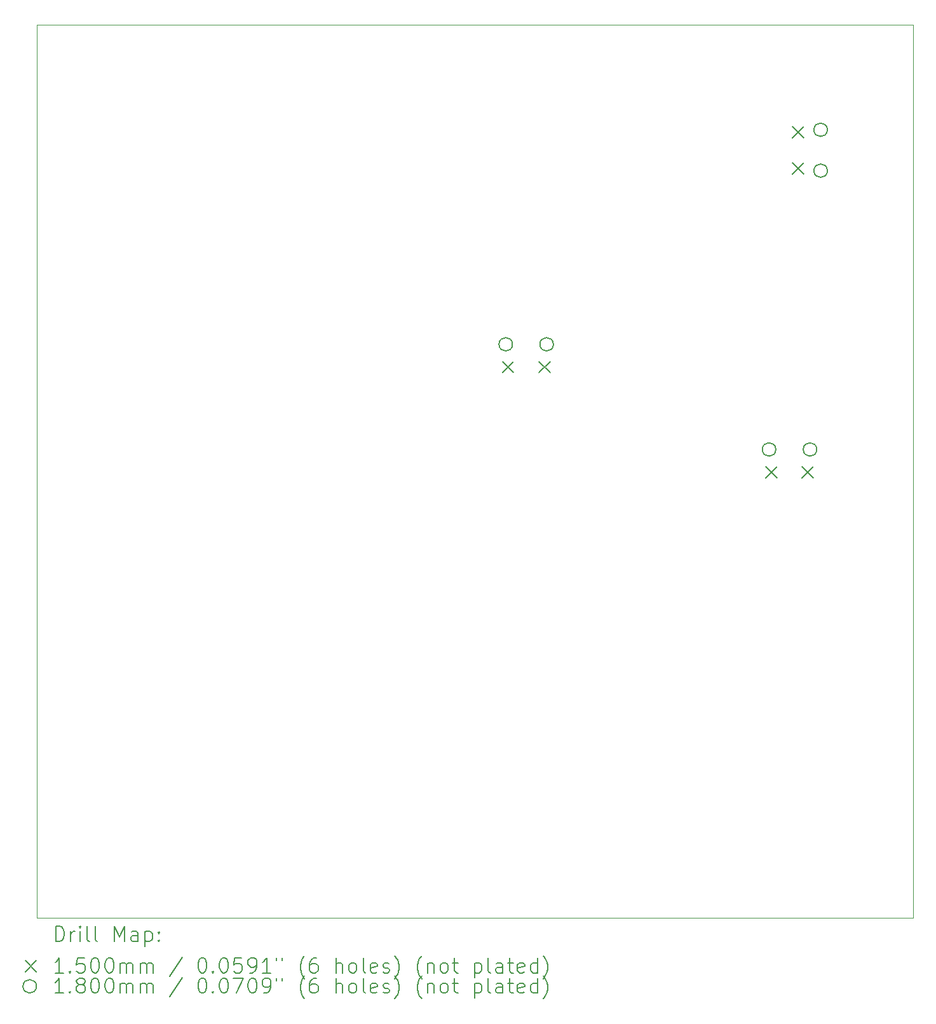
<source format=gbr>
%TF.GenerationSoftware,KiCad,Pcbnew,6.0.11-2627ca5db0~126~ubuntu22.04.1*%
%TF.CreationDate,2023-04-18T11:11:46+01:00*%
%TF.ProjectId,srom,73726f6d-2e6b-4696-9361-645f70636258,v1.1 to v1.2 WIP*%
%TF.SameCoordinates,Original*%
%TF.FileFunction,Drillmap*%
%TF.FilePolarity,Positive*%
%FSLAX45Y45*%
G04 Gerber Fmt 4.5, Leading zero omitted, Abs format (unit mm)*
G04 Created by KiCad (PCBNEW 6.0.11-2627ca5db0~126~ubuntu22.04.1) date 2023-04-18 11:11:46*
%MOMM*%
%LPD*%
G01*
G04 APERTURE LIST*
%ADD10C,0.100000*%
%ADD11C,0.200000*%
%ADD12C,0.150000*%
%ADD13C,0.180000*%
G04 APERTURE END LIST*
D10*
X4542000Y-5612000D02*
X16218000Y-5612000D01*
X16218000Y-5612000D02*
X16218000Y-17507000D01*
X16218000Y-17507000D02*
X4542000Y-17507000D01*
X4542000Y-17507000D02*
X4542000Y-5612000D01*
D11*
D12*
X10744500Y-10098000D02*
X10894500Y-10248000D01*
X10894500Y-10098000D02*
X10744500Y-10248000D01*
X11229500Y-10098000D02*
X11379500Y-10248000D01*
X11379500Y-10098000D02*
X11229500Y-10248000D01*
X14253500Y-11498500D02*
X14403500Y-11648500D01*
X14403500Y-11498500D02*
X14253500Y-11648500D01*
X14607500Y-6967500D02*
X14757500Y-7117500D01*
X14757500Y-6967500D02*
X14607500Y-7117500D01*
X14607500Y-7452500D02*
X14757500Y-7602500D01*
X14757500Y-7452500D02*
X14607500Y-7602500D01*
X14738500Y-11498500D02*
X14888500Y-11648500D01*
X14888500Y-11498500D02*
X14738500Y-11648500D01*
D13*
X10879500Y-9870000D02*
G75*
G03*
X10879500Y-9870000I-90000J0D01*
G01*
X11424500Y-9870000D02*
G75*
G03*
X11424500Y-9870000I-90000J0D01*
G01*
X14388500Y-11270500D02*
G75*
G03*
X14388500Y-11270500I-90000J0D01*
G01*
X14933500Y-11270500D02*
G75*
G03*
X14933500Y-11270500I-90000J0D01*
G01*
X15075500Y-7012500D02*
G75*
G03*
X15075500Y-7012500I-90000J0D01*
G01*
X15075500Y-7557500D02*
G75*
G03*
X15075500Y-7557500I-90000J0D01*
G01*
D11*
X4794619Y-17822476D02*
X4794619Y-17622476D01*
X4842238Y-17622476D01*
X4870810Y-17632000D01*
X4889857Y-17651048D01*
X4899381Y-17670095D01*
X4908905Y-17708190D01*
X4908905Y-17736762D01*
X4899381Y-17774857D01*
X4889857Y-17793905D01*
X4870810Y-17812952D01*
X4842238Y-17822476D01*
X4794619Y-17822476D01*
X4994619Y-17822476D02*
X4994619Y-17689143D01*
X4994619Y-17727238D02*
X5004143Y-17708190D01*
X5013667Y-17698667D01*
X5032714Y-17689143D01*
X5051762Y-17689143D01*
X5118429Y-17822476D02*
X5118429Y-17689143D01*
X5118429Y-17622476D02*
X5108905Y-17632000D01*
X5118429Y-17641524D01*
X5127952Y-17632000D01*
X5118429Y-17622476D01*
X5118429Y-17641524D01*
X5242238Y-17822476D02*
X5223190Y-17812952D01*
X5213667Y-17793905D01*
X5213667Y-17622476D01*
X5347000Y-17822476D02*
X5327952Y-17812952D01*
X5318429Y-17793905D01*
X5318429Y-17622476D01*
X5575571Y-17822476D02*
X5575571Y-17622476D01*
X5642238Y-17765333D01*
X5708905Y-17622476D01*
X5708905Y-17822476D01*
X5889857Y-17822476D02*
X5889857Y-17717714D01*
X5880333Y-17698667D01*
X5861286Y-17689143D01*
X5823190Y-17689143D01*
X5804143Y-17698667D01*
X5889857Y-17812952D02*
X5870809Y-17822476D01*
X5823190Y-17822476D01*
X5804143Y-17812952D01*
X5794619Y-17793905D01*
X5794619Y-17774857D01*
X5804143Y-17755810D01*
X5823190Y-17746286D01*
X5870809Y-17746286D01*
X5889857Y-17736762D01*
X5985095Y-17689143D02*
X5985095Y-17889143D01*
X5985095Y-17698667D02*
X6004143Y-17689143D01*
X6042238Y-17689143D01*
X6061286Y-17698667D01*
X6070809Y-17708190D01*
X6080333Y-17727238D01*
X6080333Y-17784381D01*
X6070809Y-17803429D01*
X6061286Y-17812952D01*
X6042238Y-17822476D01*
X6004143Y-17822476D01*
X5985095Y-17812952D01*
X6166048Y-17803429D02*
X6175571Y-17812952D01*
X6166048Y-17822476D01*
X6156524Y-17812952D01*
X6166048Y-17803429D01*
X6166048Y-17822476D01*
X6166048Y-17698667D02*
X6175571Y-17708190D01*
X6166048Y-17717714D01*
X6156524Y-17708190D01*
X6166048Y-17698667D01*
X6166048Y-17717714D01*
D12*
X4387000Y-18077000D02*
X4537000Y-18227000D01*
X4537000Y-18077000D02*
X4387000Y-18227000D01*
D11*
X4899381Y-18242476D02*
X4785095Y-18242476D01*
X4842238Y-18242476D02*
X4842238Y-18042476D01*
X4823190Y-18071048D01*
X4804143Y-18090095D01*
X4785095Y-18099619D01*
X4985095Y-18223429D02*
X4994619Y-18232952D01*
X4985095Y-18242476D01*
X4975571Y-18232952D01*
X4985095Y-18223429D01*
X4985095Y-18242476D01*
X5175571Y-18042476D02*
X5080333Y-18042476D01*
X5070810Y-18137714D01*
X5080333Y-18128190D01*
X5099381Y-18118667D01*
X5147000Y-18118667D01*
X5166048Y-18128190D01*
X5175571Y-18137714D01*
X5185095Y-18156762D01*
X5185095Y-18204381D01*
X5175571Y-18223429D01*
X5166048Y-18232952D01*
X5147000Y-18242476D01*
X5099381Y-18242476D01*
X5080333Y-18232952D01*
X5070810Y-18223429D01*
X5308905Y-18042476D02*
X5327952Y-18042476D01*
X5347000Y-18052000D01*
X5356524Y-18061524D01*
X5366048Y-18080571D01*
X5375571Y-18118667D01*
X5375571Y-18166286D01*
X5366048Y-18204381D01*
X5356524Y-18223429D01*
X5347000Y-18232952D01*
X5327952Y-18242476D01*
X5308905Y-18242476D01*
X5289857Y-18232952D01*
X5280333Y-18223429D01*
X5270810Y-18204381D01*
X5261286Y-18166286D01*
X5261286Y-18118667D01*
X5270810Y-18080571D01*
X5280333Y-18061524D01*
X5289857Y-18052000D01*
X5308905Y-18042476D01*
X5499381Y-18042476D02*
X5518429Y-18042476D01*
X5537476Y-18052000D01*
X5547000Y-18061524D01*
X5556524Y-18080571D01*
X5566048Y-18118667D01*
X5566048Y-18166286D01*
X5556524Y-18204381D01*
X5547000Y-18223429D01*
X5537476Y-18232952D01*
X5518429Y-18242476D01*
X5499381Y-18242476D01*
X5480333Y-18232952D01*
X5470810Y-18223429D01*
X5461286Y-18204381D01*
X5451762Y-18166286D01*
X5451762Y-18118667D01*
X5461286Y-18080571D01*
X5470810Y-18061524D01*
X5480333Y-18052000D01*
X5499381Y-18042476D01*
X5651762Y-18242476D02*
X5651762Y-18109143D01*
X5651762Y-18128190D02*
X5661286Y-18118667D01*
X5680333Y-18109143D01*
X5708905Y-18109143D01*
X5727952Y-18118667D01*
X5737476Y-18137714D01*
X5737476Y-18242476D01*
X5737476Y-18137714D02*
X5747000Y-18118667D01*
X5766048Y-18109143D01*
X5794619Y-18109143D01*
X5813667Y-18118667D01*
X5823190Y-18137714D01*
X5823190Y-18242476D01*
X5918428Y-18242476D02*
X5918428Y-18109143D01*
X5918428Y-18128190D02*
X5927952Y-18118667D01*
X5947000Y-18109143D01*
X5975571Y-18109143D01*
X5994619Y-18118667D01*
X6004143Y-18137714D01*
X6004143Y-18242476D01*
X6004143Y-18137714D02*
X6013667Y-18118667D01*
X6032714Y-18109143D01*
X6061286Y-18109143D01*
X6080333Y-18118667D01*
X6089857Y-18137714D01*
X6089857Y-18242476D01*
X6480333Y-18032952D02*
X6308905Y-18290095D01*
X6737476Y-18042476D02*
X6756524Y-18042476D01*
X6775571Y-18052000D01*
X6785095Y-18061524D01*
X6794619Y-18080571D01*
X6804143Y-18118667D01*
X6804143Y-18166286D01*
X6794619Y-18204381D01*
X6785095Y-18223429D01*
X6775571Y-18232952D01*
X6756524Y-18242476D01*
X6737476Y-18242476D01*
X6718428Y-18232952D01*
X6708905Y-18223429D01*
X6699381Y-18204381D01*
X6689857Y-18166286D01*
X6689857Y-18118667D01*
X6699381Y-18080571D01*
X6708905Y-18061524D01*
X6718428Y-18052000D01*
X6737476Y-18042476D01*
X6889857Y-18223429D02*
X6899381Y-18232952D01*
X6889857Y-18242476D01*
X6880333Y-18232952D01*
X6889857Y-18223429D01*
X6889857Y-18242476D01*
X7023190Y-18042476D02*
X7042238Y-18042476D01*
X7061286Y-18052000D01*
X7070809Y-18061524D01*
X7080333Y-18080571D01*
X7089857Y-18118667D01*
X7089857Y-18166286D01*
X7080333Y-18204381D01*
X7070809Y-18223429D01*
X7061286Y-18232952D01*
X7042238Y-18242476D01*
X7023190Y-18242476D01*
X7004143Y-18232952D01*
X6994619Y-18223429D01*
X6985095Y-18204381D01*
X6975571Y-18166286D01*
X6975571Y-18118667D01*
X6985095Y-18080571D01*
X6994619Y-18061524D01*
X7004143Y-18052000D01*
X7023190Y-18042476D01*
X7270809Y-18042476D02*
X7175571Y-18042476D01*
X7166048Y-18137714D01*
X7175571Y-18128190D01*
X7194619Y-18118667D01*
X7242238Y-18118667D01*
X7261286Y-18128190D01*
X7270809Y-18137714D01*
X7280333Y-18156762D01*
X7280333Y-18204381D01*
X7270809Y-18223429D01*
X7261286Y-18232952D01*
X7242238Y-18242476D01*
X7194619Y-18242476D01*
X7175571Y-18232952D01*
X7166048Y-18223429D01*
X7375571Y-18242476D02*
X7413667Y-18242476D01*
X7432714Y-18232952D01*
X7442238Y-18223429D01*
X7461286Y-18194857D01*
X7470809Y-18156762D01*
X7470809Y-18080571D01*
X7461286Y-18061524D01*
X7451762Y-18052000D01*
X7432714Y-18042476D01*
X7394619Y-18042476D01*
X7375571Y-18052000D01*
X7366048Y-18061524D01*
X7356524Y-18080571D01*
X7356524Y-18128190D01*
X7366048Y-18147238D01*
X7375571Y-18156762D01*
X7394619Y-18166286D01*
X7432714Y-18166286D01*
X7451762Y-18156762D01*
X7461286Y-18147238D01*
X7470809Y-18128190D01*
X7661286Y-18242476D02*
X7547000Y-18242476D01*
X7604143Y-18242476D02*
X7604143Y-18042476D01*
X7585095Y-18071048D01*
X7566048Y-18090095D01*
X7547000Y-18099619D01*
X7737476Y-18042476D02*
X7737476Y-18080571D01*
X7813667Y-18042476D02*
X7813667Y-18080571D01*
X8108905Y-18318667D02*
X8099381Y-18309143D01*
X8080333Y-18280571D01*
X8070809Y-18261524D01*
X8061286Y-18232952D01*
X8051762Y-18185333D01*
X8051762Y-18147238D01*
X8061286Y-18099619D01*
X8070809Y-18071048D01*
X8080333Y-18052000D01*
X8099381Y-18023429D01*
X8108905Y-18013905D01*
X8270809Y-18042476D02*
X8232714Y-18042476D01*
X8213667Y-18052000D01*
X8204143Y-18061524D01*
X8185095Y-18090095D01*
X8175571Y-18128190D01*
X8175571Y-18204381D01*
X8185095Y-18223429D01*
X8194619Y-18232952D01*
X8213667Y-18242476D01*
X8251762Y-18242476D01*
X8270809Y-18232952D01*
X8280333Y-18223429D01*
X8289857Y-18204381D01*
X8289857Y-18156762D01*
X8280333Y-18137714D01*
X8270809Y-18128190D01*
X8251762Y-18118667D01*
X8213667Y-18118667D01*
X8194619Y-18128190D01*
X8185095Y-18137714D01*
X8175571Y-18156762D01*
X8527952Y-18242476D02*
X8527952Y-18042476D01*
X8613667Y-18242476D02*
X8613667Y-18137714D01*
X8604143Y-18118667D01*
X8585095Y-18109143D01*
X8556524Y-18109143D01*
X8537476Y-18118667D01*
X8527952Y-18128190D01*
X8737476Y-18242476D02*
X8718429Y-18232952D01*
X8708905Y-18223429D01*
X8699381Y-18204381D01*
X8699381Y-18147238D01*
X8708905Y-18128190D01*
X8718429Y-18118667D01*
X8737476Y-18109143D01*
X8766048Y-18109143D01*
X8785095Y-18118667D01*
X8794619Y-18128190D01*
X8804143Y-18147238D01*
X8804143Y-18204381D01*
X8794619Y-18223429D01*
X8785095Y-18232952D01*
X8766048Y-18242476D01*
X8737476Y-18242476D01*
X8918429Y-18242476D02*
X8899381Y-18232952D01*
X8889857Y-18213905D01*
X8889857Y-18042476D01*
X9070810Y-18232952D02*
X9051762Y-18242476D01*
X9013667Y-18242476D01*
X8994619Y-18232952D01*
X8985095Y-18213905D01*
X8985095Y-18137714D01*
X8994619Y-18118667D01*
X9013667Y-18109143D01*
X9051762Y-18109143D01*
X9070810Y-18118667D01*
X9080333Y-18137714D01*
X9080333Y-18156762D01*
X8985095Y-18175810D01*
X9156524Y-18232952D02*
X9175571Y-18242476D01*
X9213667Y-18242476D01*
X9232714Y-18232952D01*
X9242238Y-18213905D01*
X9242238Y-18204381D01*
X9232714Y-18185333D01*
X9213667Y-18175810D01*
X9185095Y-18175810D01*
X9166048Y-18166286D01*
X9156524Y-18147238D01*
X9156524Y-18137714D01*
X9166048Y-18118667D01*
X9185095Y-18109143D01*
X9213667Y-18109143D01*
X9232714Y-18118667D01*
X9308905Y-18318667D02*
X9318429Y-18309143D01*
X9337476Y-18280571D01*
X9347000Y-18261524D01*
X9356524Y-18232952D01*
X9366048Y-18185333D01*
X9366048Y-18147238D01*
X9356524Y-18099619D01*
X9347000Y-18071048D01*
X9337476Y-18052000D01*
X9318429Y-18023429D01*
X9308905Y-18013905D01*
X9670810Y-18318667D02*
X9661286Y-18309143D01*
X9642238Y-18280571D01*
X9632714Y-18261524D01*
X9623190Y-18232952D01*
X9613667Y-18185333D01*
X9613667Y-18147238D01*
X9623190Y-18099619D01*
X9632714Y-18071048D01*
X9642238Y-18052000D01*
X9661286Y-18023429D01*
X9670810Y-18013905D01*
X9747000Y-18109143D02*
X9747000Y-18242476D01*
X9747000Y-18128190D02*
X9756524Y-18118667D01*
X9775571Y-18109143D01*
X9804143Y-18109143D01*
X9823190Y-18118667D01*
X9832714Y-18137714D01*
X9832714Y-18242476D01*
X9956524Y-18242476D02*
X9937476Y-18232952D01*
X9927952Y-18223429D01*
X9918429Y-18204381D01*
X9918429Y-18147238D01*
X9927952Y-18128190D01*
X9937476Y-18118667D01*
X9956524Y-18109143D01*
X9985095Y-18109143D01*
X10004143Y-18118667D01*
X10013667Y-18128190D01*
X10023190Y-18147238D01*
X10023190Y-18204381D01*
X10013667Y-18223429D01*
X10004143Y-18232952D01*
X9985095Y-18242476D01*
X9956524Y-18242476D01*
X10080333Y-18109143D02*
X10156524Y-18109143D01*
X10108905Y-18042476D02*
X10108905Y-18213905D01*
X10118429Y-18232952D01*
X10137476Y-18242476D01*
X10156524Y-18242476D01*
X10375571Y-18109143D02*
X10375571Y-18309143D01*
X10375571Y-18118667D02*
X10394619Y-18109143D01*
X10432714Y-18109143D01*
X10451762Y-18118667D01*
X10461286Y-18128190D01*
X10470810Y-18147238D01*
X10470810Y-18204381D01*
X10461286Y-18223429D01*
X10451762Y-18232952D01*
X10432714Y-18242476D01*
X10394619Y-18242476D01*
X10375571Y-18232952D01*
X10585095Y-18242476D02*
X10566048Y-18232952D01*
X10556524Y-18213905D01*
X10556524Y-18042476D01*
X10747000Y-18242476D02*
X10747000Y-18137714D01*
X10737476Y-18118667D01*
X10718429Y-18109143D01*
X10680333Y-18109143D01*
X10661286Y-18118667D01*
X10747000Y-18232952D02*
X10727952Y-18242476D01*
X10680333Y-18242476D01*
X10661286Y-18232952D01*
X10651762Y-18213905D01*
X10651762Y-18194857D01*
X10661286Y-18175810D01*
X10680333Y-18166286D01*
X10727952Y-18166286D01*
X10747000Y-18156762D01*
X10813667Y-18109143D02*
X10889857Y-18109143D01*
X10842238Y-18042476D02*
X10842238Y-18213905D01*
X10851762Y-18232952D01*
X10870810Y-18242476D01*
X10889857Y-18242476D01*
X11032714Y-18232952D02*
X11013667Y-18242476D01*
X10975571Y-18242476D01*
X10956524Y-18232952D01*
X10947000Y-18213905D01*
X10947000Y-18137714D01*
X10956524Y-18118667D01*
X10975571Y-18109143D01*
X11013667Y-18109143D01*
X11032714Y-18118667D01*
X11042238Y-18137714D01*
X11042238Y-18156762D01*
X10947000Y-18175810D01*
X11213667Y-18242476D02*
X11213667Y-18042476D01*
X11213667Y-18232952D02*
X11194619Y-18242476D01*
X11156524Y-18242476D01*
X11137476Y-18232952D01*
X11127952Y-18223429D01*
X11118429Y-18204381D01*
X11118429Y-18147238D01*
X11127952Y-18128190D01*
X11137476Y-18118667D01*
X11156524Y-18109143D01*
X11194619Y-18109143D01*
X11213667Y-18118667D01*
X11289857Y-18318667D02*
X11299381Y-18309143D01*
X11318428Y-18280571D01*
X11327952Y-18261524D01*
X11337476Y-18232952D01*
X11347000Y-18185333D01*
X11347000Y-18147238D01*
X11337476Y-18099619D01*
X11327952Y-18071048D01*
X11318428Y-18052000D01*
X11299381Y-18023429D01*
X11289857Y-18013905D01*
D13*
X4537000Y-18422000D02*
G75*
G03*
X4537000Y-18422000I-90000J0D01*
G01*
D11*
X4899381Y-18512476D02*
X4785095Y-18512476D01*
X4842238Y-18512476D02*
X4842238Y-18312476D01*
X4823190Y-18341048D01*
X4804143Y-18360095D01*
X4785095Y-18369619D01*
X4985095Y-18493429D02*
X4994619Y-18502952D01*
X4985095Y-18512476D01*
X4975571Y-18502952D01*
X4985095Y-18493429D01*
X4985095Y-18512476D01*
X5108905Y-18398190D02*
X5089857Y-18388667D01*
X5080333Y-18379143D01*
X5070810Y-18360095D01*
X5070810Y-18350571D01*
X5080333Y-18331524D01*
X5089857Y-18322000D01*
X5108905Y-18312476D01*
X5147000Y-18312476D01*
X5166048Y-18322000D01*
X5175571Y-18331524D01*
X5185095Y-18350571D01*
X5185095Y-18360095D01*
X5175571Y-18379143D01*
X5166048Y-18388667D01*
X5147000Y-18398190D01*
X5108905Y-18398190D01*
X5089857Y-18407714D01*
X5080333Y-18417238D01*
X5070810Y-18436286D01*
X5070810Y-18474381D01*
X5080333Y-18493429D01*
X5089857Y-18502952D01*
X5108905Y-18512476D01*
X5147000Y-18512476D01*
X5166048Y-18502952D01*
X5175571Y-18493429D01*
X5185095Y-18474381D01*
X5185095Y-18436286D01*
X5175571Y-18417238D01*
X5166048Y-18407714D01*
X5147000Y-18398190D01*
X5308905Y-18312476D02*
X5327952Y-18312476D01*
X5347000Y-18322000D01*
X5356524Y-18331524D01*
X5366048Y-18350571D01*
X5375571Y-18388667D01*
X5375571Y-18436286D01*
X5366048Y-18474381D01*
X5356524Y-18493429D01*
X5347000Y-18502952D01*
X5327952Y-18512476D01*
X5308905Y-18512476D01*
X5289857Y-18502952D01*
X5280333Y-18493429D01*
X5270810Y-18474381D01*
X5261286Y-18436286D01*
X5261286Y-18388667D01*
X5270810Y-18350571D01*
X5280333Y-18331524D01*
X5289857Y-18322000D01*
X5308905Y-18312476D01*
X5499381Y-18312476D02*
X5518429Y-18312476D01*
X5537476Y-18322000D01*
X5547000Y-18331524D01*
X5556524Y-18350571D01*
X5566048Y-18388667D01*
X5566048Y-18436286D01*
X5556524Y-18474381D01*
X5547000Y-18493429D01*
X5537476Y-18502952D01*
X5518429Y-18512476D01*
X5499381Y-18512476D01*
X5480333Y-18502952D01*
X5470810Y-18493429D01*
X5461286Y-18474381D01*
X5451762Y-18436286D01*
X5451762Y-18388667D01*
X5461286Y-18350571D01*
X5470810Y-18331524D01*
X5480333Y-18322000D01*
X5499381Y-18312476D01*
X5651762Y-18512476D02*
X5651762Y-18379143D01*
X5651762Y-18398190D02*
X5661286Y-18388667D01*
X5680333Y-18379143D01*
X5708905Y-18379143D01*
X5727952Y-18388667D01*
X5737476Y-18407714D01*
X5737476Y-18512476D01*
X5737476Y-18407714D02*
X5747000Y-18388667D01*
X5766048Y-18379143D01*
X5794619Y-18379143D01*
X5813667Y-18388667D01*
X5823190Y-18407714D01*
X5823190Y-18512476D01*
X5918428Y-18512476D02*
X5918428Y-18379143D01*
X5918428Y-18398190D02*
X5927952Y-18388667D01*
X5947000Y-18379143D01*
X5975571Y-18379143D01*
X5994619Y-18388667D01*
X6004143Y-18407714D01*
X6004143Y-18512476D01*
X6004143Y-18407714D02*
X6013667Y-18388667D01*
X6032714Y-18379143D01*
X6061286Y-18379143D01*
X6080333Y-18388667D01*
X6089857Y-18407714D01*
X6089857Y-18512476D01*
X6480333Y-18302952D02*
X6308905Y-18560095D01*
X6737476Y-18312476D02*
X6756524Y-18312476D01*
X6775571Y-18322000D01*
X6785095Y-18331524D01*
X6794619Y-18350571D01*
X6804143Y-18388667D01*
X6804143Y-18436286D01*
X6794619Y-18474381D01*
X6785095Y-18493429D01*
X6775571Y-18502952D01*
X6756524Y-18512476D01*
X6737476Y-18512476D01*
X6718428Y-18502952D01*
X6708905Y-18493429D01*
X6699381Y-18474381D01*
X6689857Y-18436286D01*
X6689857Y-18388667D01*
X6699381Y-18350571D01*
X6708905Y-18331524D01*
X6718428Y-18322000D01*
X6737476Y-18312476D01*
X6889857Y-18493429D02*
X6899381Y-18502952D01*
X6889857Y-18512476D01*
X6880333Y-18502952D01*
X6889857Y-18493429D01*
X6889857Y-18512476D01*
X7023190Y-18312476D02*
X7042238Y-18312476D01*
X7061286Y-18322000D01*
X7070809Y-18331524D01*
X7080333Y-18350571D01*
X7089857Y-18388667D01*
X7089857Y-18436286D01*
X7080333Y-18474381D01*
X7070809Y-18493429D01*
X7061286Y-18502952D01*
X7042238Y-18512476D01*
X7023190Y-18512476D01*
X7004143Y-18502952D01*
X6994619Y-18493429D01*
X6985095Y-18474381D01*
X6975571Y-18436286D01*
X6975571Y-18388667D01*
X6985095Y-18350571D01*
X6994619Y-18331524D01*
X7004143Y-18322000D01*
X7023190Y-18312476D01*
X7156524Y-18312476D02*
X7289857Y-18312476D01*
X7204143Y-18512476D01*
X7404143Y-18312476D02*
X7423190Y-18312476D01*
X7442238Y-18322000D01*
X7451762Y-18331524D01*
X7461286Y-18350571D01*
X7470809Y-18388667D01*
X7470809Y-18436286D01*
X7461286Y-18474381D01*
X7451762Y-18493429D01*
X7442238Y-18502952D01*
X7423190Y-18512476D01*
X7404143Y-18512476D01*
X7385095Y-18502952D01*
X7375571Y-18493429D01*
X7366048Y-18474381D01*
X7356524Y-18436286D01*
X7356524Y-18388667D01*
X7366048Y-18350571D01*
X7375571Y-18331524D01*
X7385095Y-18322000D01*
X7404143Y-18312476D01*
X7566048Y-18512476D02*
X7604143Y-18512476D01*
X7623190Y-18502952D01*
X7632714Y-18493429D01*
X7651762Y-18464857D01*
X7661286Y-18426762D01*
X7661286Y-18350571D01*
X7651762Y-18331524D01*
X7642238Y-18322000D01*
X7623190Y-18312476D01*
X7585095Y-18312476D01*
X7566048Y-18322000D01*
X7556524Y-18331524D01*
X7547000Y-18350571D01*
X7547000Y-18398190D01*
X7556524Y-18417238D01*
X7566048Y-18426762D01*
X7585095Y-18436286D01*
X7623190Y-18436286D01*
X7642238Y-18426762D01*
X7651762Y-18417238D01*
X7661286Y-18398190D01*
X7737476Y-18312476D02*
X7737476Y-18350571D01*
X7813667Y-18312476D02*
X7813667Y-18350571D01*
X8108905Y-18588667D02*
X8099381Y-18579143D01*
X8080333Y-18550571D01*
X8070809Y-18531524D01*
X8061286Y-18502952D01*
X8051762Y-18455333D01*
X8051762Y-18417238D01*
X8061286Y-18369619D01*
X8070809Y-18341048D01*
X8080333Y-18322000D01*
X8099381Y-18293429D01*
X8108905Y-18283905D01*
X8270809Y-18312476D02*
X8232714Y-18312476D01*
X8213667Y-18322000D01*
X8204143Y-18331524D01*
X8185095Y-18360095D01*
X8175571Y-18398190D01*
X8175571Y-18474381D01*
X8185095Y-18493429D01*
X8194619Y-18502952D01*
X8213667Y-18512476D01*
X8251762Y-18512476D01*
X8270809Y-18502952D01*
X8280333Y-18493429D01*
X8289857Y-18474381D01*
X8289857Y-18426762D01*
X8280333Y-18407714D01*
X8270809Y-18398190D01*
X8251762Y-18388667D01*
X8213667Y-18388667D01*
X8194619Y-18398190D01*
X8185095Y-18407714D01*
X8175571Y-18426762D01*
X8527952Y-18512476D02*
X8527952Y-18312476D01*
X8613667Y-18512476D02*
X8613667Y-18407714D01*
X8604143Y-18388667D01*
X8585095Y-18379143D01*
X8556524Y-18379143D01*
X8537476Y-18388667D01*
X8527952Y-18398190D01*
X8737476Y-18512476D02*
X8718429Y-18502952D01*
X8708905Y-18493429D01*
X8699381Y-18474381D01*
X8699381Y-18417238D01*
X8708905Y-18398190D01*
X8718429Y-18388667D01*
X8737476Y-18379143D01*
X8766048Y-18379143D01*
X8785095Y-18388667D01*
X8794619Y-18398190D01*
X8804143Y-18417238D01*
X8804143Y-18474381D01*
X8794619Y-18493429D01*
X8785095Y-18502952D01*
X8766048Y-18512476D01*
X8737476Y-18512476D01*
X8918429Y-18512476D02*
X8899381Y-18502952D01*
X8889857Y-18483905D01*
X8889857Y-18312476D01*
X9070810Y-18502952D02*
X9051762Y-18512476D01*
X9013667Y-18512476D01*
X8994619Y-18502952D01*
X8985095Y-18483905D01*
X8985095Y-18407714D01*
X8994619Y-18388667D01*
X9013667Y-18379143D01*
X9051762Y-18379143D01*
X9070810Y-18388667D01*
X9080333Y-18407714D01*
X9080333Y-18426762D01*
X8985095Y-18445810D01*
X9156524Y-18502952D02*
X9175571Y-18512476D01*
X9213667Y-18512476D01*
X9232714Y-18502952D01*
X9242238Y-18483905D01*
X9242238Y-18474381D01*
X9232714Y-18455333D01*
X9213667Y-18445810D01*
X9185095Y-18445810D01*
X9166048Y-18436286D01*
X9156524Y-18417238D01*
X9156524Y-18407714D01*
X9166048Y-18388667D01*
X9185095Y-18379143D01*
X9213667Y-18379143D01*
X9232714Y-18388667D01*
X9308905Y-18588667D02*
X9318429Y-18579143D01*
X9337476Y-18550571D01*
X9347000Y-18531524D01*
X9356524Y-18502952D01*
X9366048Y-18455333D01*
X9366048Y-18417238D01*
X9356524Y-18369619D01*
X9347000Y-18341048D01*
X9337476Y-18322000D01*
X9318429Y-18293429D01*
X9308905Y-18283905D01*
X9670810Y-18588667D02*
X9661286Y-18579143D01*
X9642238Y-18550571D01*
X9632714Y-18531524D01*
X9623190Y-18502952D01*
X9613667Y-18455333D01*
X9613667Y-18417238D01*
X9623190Y-18369619D01*
X9632714Y-18341048D01*
X9642238Y-18322000D01*
X9661286Y-18293429D01*
X9670810Y-18283905D01*
X9747000Y-18379143D02*
X9747000Y-18512476D01*
X9747000Y-18398190D02*
X9756524Y-18388667D01*
X9775571Y-18379143D01*
X9804143Y-18379143D01*
X9823190Y-18388667D01*
X9832714Y-18407714D01*
X9832714Y-18512476D01*
X9956524Y-18512476D02*
X9937476Y-18502952D01*
X9927952Y-18493429D01*
X9918429Y-18474381D01*
X9918429Y-18417238D01*
X9927952Y-18398190D01*
X9937476Y-18388667D01*
X9956524Y-18379143D01*
X9985095Y-18379143D01*
X10004143Y-18388667D01*
X10013667Y-18398190D01*
X10023190Y-18417238D01*
X10023190Y-18474381D01*
X10013667Y-18493429D01*
X10004143Y-18502952D01*
X9985095Y-18512476D01*
X9956524Y-18512476D01*
X10080333Y-18379143D02*
X10156524Y-18379143D01*
X10108905Y-18312476D02*
X10108905Y-18483905D01*
X10118429Y-18502952D01*
X10137476Y-18512476D01*
X10156524Y-18512476D01*
X10375571Y-18379143D02*
X10375571Y-18579143D01*
X10375571Y-18388667D02*
X10394619Y-18379143D01*
X10432714Y-18379143D01*
X10451762Y-18388667D01*
X10461286Y-18398190D01*
X10470810Y-18417238D01*
X10470810Y-18474381D01*
X10461286Y-18493429D01*
X10451762Y-18502952D01*
X10432714Y-18512476D01*
X10394619Y-18512476D01*
X10375571Y-18502952D01*
X10585095Y-18512476D02*
X10566048Y-18502952D01*
X10556524Y-18483905D01*
X10556524Y-18312476D01*
X10747000Y-18512476D02*
X10747000Y-18407714D01*
X10737476Y-18388667D01*
X10718429Y-18379143D01*
X10680333Y-18379143D01*
X10661286Y-18388667D01*
X10747000Y-18502952D02*
X10727952Y-18512476D01*
X10680333Y-18512476D01*
X10661286Y-18502952D01*
X10651762Y-18483905D01*
X10651762Y-18464857D01*
X10661286Y-18445810D01*
X10680333Y-18436286D01*
X10727952Y-18436286D01*
X10747000Y-18426762D01*
X10813667Y-18379143D02*
X10889857Y-18379143D01*
X10842238Y-18312476D02*
X10842238Y-18483905D01*
X10851762Y-18502952D01*
X10870810Y-18512476D01*
X10889857Y-18512476D01*
X11032714Y-18502952D02*
X11013667Y-18512476D01*
X10975571Y-18512476D01*
X10956524Y-18502952D01*
X10947000Y-18483905D01*
X10947000Y-18407714D01*
X10956524Y-18388667D01*
X10975571Y-18379143D01*
X11013667Y-18379143D01*
X11032714Y-18388667D01*
X11042238Y-18407714D01*
X11042238Y-18426762D01*
X10947000Y-18445810D01*
X11213667Y-18512476D02*
X11213667Y-18312476D01*
X11213667Y-18502952D02*
X11194619Y-18512476D01*
X11156524Y-18512476D01*
X11137476Y-18502952D01*
X11127952Y-18493429D01*
X11118429Y-18474381D01*
X11118429Y-18417238D01*
X11127952Y-18398190D01*
X11137476Y-18388667D01*
X11156524Y-18379143D01*
X11194619Y-18379143D01*
X11213667Y-18388667D01*
X11289857Y-18588667D02*
X11299381Y-18579143D01*
X11318428Y-18550571D01*
X11327952Y-18531524D01*
X11337476Y-18502952D01*
X11347000Y-18455333D01*
X11347000Y-18417238D01*
X11337476Y-18369619D01*
X11327952Y-18341048D01*
X11318428Y-18322000D01*
X11299381Y-18293429D01*
X11289857Y-18283905D01*
M02*

</source>
